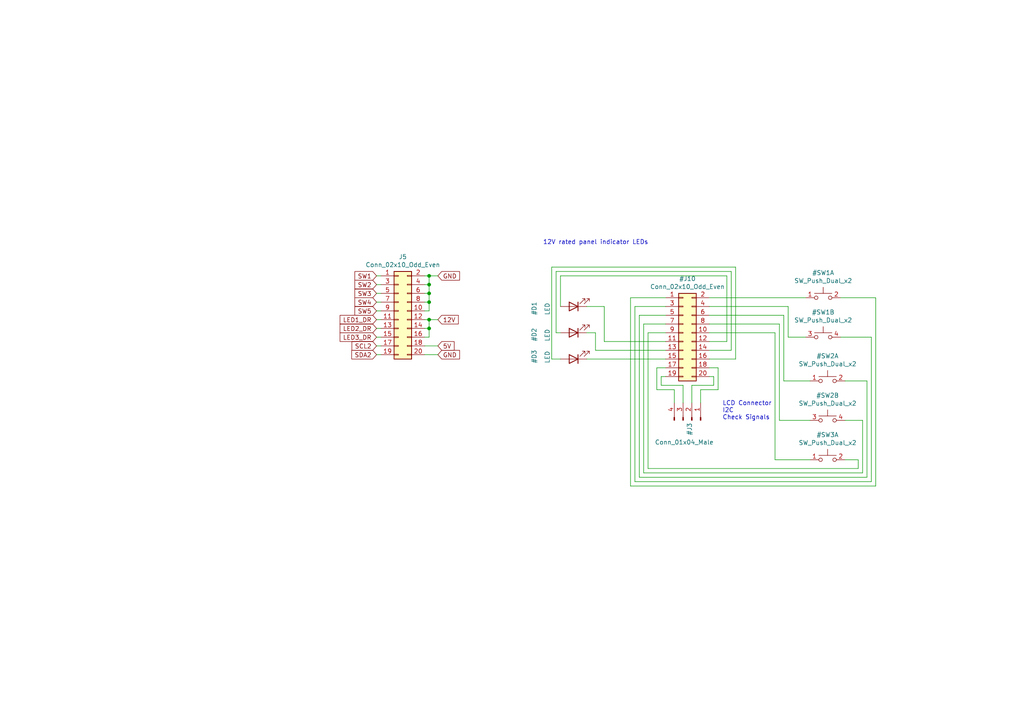
<source format=kicad_sch>
(kicad_sch (version 20211123) (generator eeschema)
  (paper "A4")
  (lib_symbols
    (symbol "Connector:Conn_01x04_Male" (pin_names (offset 1.016) hide)
      (property "Reference" "J" (at 0 5.08 0))
      (property "Value" "Conn_01x04_Male" (at 0 -7.62 0))
      (symbol "Conn_01x04_Male_1_1"
        (polyline (pts (xy 1.27 -5.08) (xy 0.8636 -5.08)) (stroke (width 0.1524)))
        (polyline (pts (xy 1.27 -2.54) (xy 0.8636 -2.54)) (stroke (width 0.1524)))
        (polyline (pts (xy 1.27 0) (xy 0.8636 0)) (stroke (width 0.1524)))
        (polyline (pts (xy 1.27 2.54) (xy 0.8636 2.54)) (stroke (width 0.1524)))
        (rectangle (start 0.8636 -4.953) (end 0 -5.207) (stroke (width 0.1524)) (fill (type outline)))
        (rectangle (start 0.8636 -2.413) (end 0 -2.667) (stroke (width 0.1524)) (fill (type outline)))
        (rectangle (start 0.8636 0.127) (end 0 -0.127) (stroke (width 0.1524)) (fill (type outline)))
        (rectangle (start 0.8636 2.667) (end 0 2.413) (stroke (width 0.1524)) (fill (type outline)))
        (pin passive line (at 5.08 2.54 180) (length 3.81) (name "Pin_1") (number "1"))
        (pin passive line (at 5.08 0 180) (length 3.81) (name "Pin_2") (number "2"))
        (pin passive line (at 5.08 -2.54 180) (length 3.81) (name "Pin_3") (number "3"))
        (pin passive line (at 5.08 -5.08 180) (length 3.81) (name "Pin_4") (number "4"))
      )
    )
    (symbol "Connector_Generic:Conn_02x10_Odd_Even" (pin_names (offset 1.016) hide)
      (property "Reference" "J" (at 1.27 12.7 0))
      (property "Value" "Conn_02x10_Odd_Even" (at 1.27 -15.24 0))
      (symbol "Conn_02x10_Odd_Even_1_1"
        (rectangle (start -1.27 -12.573) (end 0 -12.827) (stroke (width 0.1524)))
        (rectangle (start -1.27 -10.033) (end 0 -10.287) (stroke (width 0.1524)))
        (rectangle (start -1.27 -7.493) (end 0 -7.747) (stroke (width 0.1524)))
        (rectangle (start -1.27 -4.953) (end 0 -5.207) (stroke (width 0.1524)))
        (rectangle (start -1.27 -2.413) (end 0 -2.667) (stroke (width 0.1524)))
        (rectangle (start -1.27 0.127) (end 0 -0.127) (stroke (width 0.1524)))
        (rectangle (start -1.27 2.667) (end 0 2.413) (stroke (width 0.1524)))
        (rectangle (start -1.27 5.207) (end 0 4.953) (stroke (width 0.1524)))
        (rectangle (start -1.27 7.747) (end 0 7.493) (stroke (width 0.1524)))
        (rectangle (start -1.27 10.287) (end 0 10.033) (stroke (width 0.1524)))
        (rectangle (start -1.27 11.43) (end 3.81 -13.97) (stroke (width 0.254)) (fill (type background)))
        (rectangle (start 3.81 -12.573) (end 2.54 -12.827) (stroke (width 0.1524)))
        (rectangle (start 3.81 -10.033) (end 2.54 -10.287) (stroke (width 0.1524)))
        (rectangle (start 3.81 -7.493) (end 2.54 -7.747) (stroke (width 0.1524)))
        (rectangle (start 3.81 -4.953) (end 2.54 -5.207) (stroke (width 0.1524)))
        (rectangle (start 3.81 -2.413) (end 2.54 -2.667) (stroke (width 0.1524)))
        (rectangle (start 3.81 0.127) (end 2.54 -0.127) (stroke (width 0.1524)))
        (rectangle (start 3.81 2.667) (end 2.54 2.413) (stroke (width 0.1524)))
        (rectangle (start 3.81 5.207) (end 2.54 4.953) (stroke (width 0.1524)))
        (rectangle (start 3.81 7.747) (end 2.54 7.493) (stroke (width 0.1524)))
        (rectangle (start 3.81 10.287) (end 2.54 10.033) (stroke (width 0.1524)))
        (pin passive line (at -5.08 10.16 0) (length 3.81) (name "Pin_1") (number "1"))
        (pin passive line (at 7.62 0 180) (length 3.81) (name "Pin_10") (number "10"))
        (pin passive line (at -5.08 -2.54 0) (length 3.81) (name "Pin_11") (number "11"))
        (pin passive line (at 7.62 -2.54 180) (length 3.81) (name "Pin_12") (number "12"))
        (pin passive line (at -5.08 -5.08 0) (length 3.81) (name "Pin_13") (number "13"))
        (pin passive line (at 7.62 -5.08 180) (length 3.81) (name "Pin_14") (number "14"))
        (pin passive line (at -5.08 -7.62 0) (length 3.81) (name "Pin_15") (number "15"))
        (pin passive line (at 7.62 -7.62 180) (length 3.81) (name "Pin_16") (number "16"))
        (pin passive line (at -5.08 -10.16 0) (length 3.81) (name "Pin_17") (number "17"))
        (pin passive line (at 7.62 -10.16 180) (length 3.81) (name "Pin_18") (number "18"))
        (pin passive line (at -5.08 -12.7 0) (length 3.81) (name "Pin_19") (number "19"))
        (pin passive line (at 7.62 10.16 180) (length 3.81) (name "Pin_2") (number "2"))
        (pin passive line (at 7.62 -12.7 180) (length 3.81) (name "Pin_20") (number "20"))
        (pin passive line (at -5.08 7.62 0) (length 3.81) (name "Pin_3") (number "3"))
        (pin passive line (at 7.62 7.62 180) (length 3.81) (name "Pin_4") (number "4"))
        (pin passive line (at -5.08 5.08 0) (length 3.81) (name "Pin_5") (number "5"))
        (pin passive line (at 7.62 5.08 180) (length 3.81) (name "Pin_6") (number "6"))
        (pin passive line (at -5.08 2.54 0) (length 3.81) (name "Pin_7") (number "7"))
        (pin passive line (at 7.62 2.54 180) (length 3.81) (name "Pin_8") (number "8"))
        (pin passive line (at -5.08 0 0) (length 3.81) (name "Pin_9") (number "9"))
      )
    )
    (symbol "Device:LED" (pin_numbers hide) (pin_names (offset 1.016) hide)
      (property "Reference" "D" (at 0 2.54 0))
      (property "Value" "LED" (at 0 -2.54 0))
      (symbol "LED_0_1"
        (polyline (pts (xy -1.27 -1.27) (xy -1.27 1.27)) (stroke (width 0.254)))
        (polyline (pts (xy -1.27 0) (xy 1.27 0)))
        (polyline (pts (xy 1.27 -1.27) (xy 1.27 1.27) (xy -1.27 0) (xy 1.27 -1.27)) (stroke (width 0.254)))
        (polyline (pts (xy -3.048 -0.762) (xy -4.572 -2.286) (xy -3.81 -2.286) (xy -4.572 -2.286) (xy -4.572 -1.524)))
        (polyline (pts (xy -1.778 -0.762) (xy -3.302 -2.286) (xy -2.54 -2.286) (xy -3.302 -2.286) (xy -3.302 -1.524)))
      )
      (symbol "LED_1_1"
        (pin passive line (at -3.81 0 0) (length 2.54) (name "K") (number "1"))
        (pin passive line (at 3.81 0 180) (length 2.54) (name "A") (number "2"))
      )
    )
    (symbol "Switch:SW_Push_Dual_x2" (pin_names (offset 1.016) hide)
      (property "Reference" "SW" (at 1.27 2.54 0))
      (property "Value" "SW_Push_Dual_x2" (at 0 -1.524 0))
      (symbol "SW_Push_Dual_x2_0_1"
        (circle (center -2.032 0) (radius 0.508))
        (polyline (pts (xy 0 1.27) (xy 0 3.048)))
        (polyline (pts (xy 2.54 1.27) (xy -2.54 1.27)))
        (circle (center 2.032 0) (radius 0.508))
      )
      (symbol "SW_Push_Dual_x2_1_1"
        (pin passive line (at -5.08 0 0) (length 2.54) (name "C") (number "1"))
        (pin passive line (at 5.08 0 180) (length 2.54) (name "D") (number "2"))
      )
      (symbol "SW_Push_Dual_x2_2_1"
        (pin passive line (at -5.08 0 0) (length 2.54) (name "C") (number "3"))
        (pin passive line (at 5.08 0 180) (length 2.54) (name "D") (number "4"))
      )
    )
  )
  (junction (at 124.46 92.71))
  (junction (at 124.46 80.01))
  (junction (at 124.46 87.63))
  (junction (at 124.46 82.55))
  (junction (at 124.46 95.25))
  (junction (at 124.46 85.09))
  (wire (pts (xy 243.84 86.36) (xy 254 86.36)))
  (wire (pts (xy 224.79 133.35) (xy 234.95 133.35)))
  (wire (pts (xy 248.92 133.35) (xy 248.92 135.89)))
  (wire (pts (xy 124.46 85.09) (xy 123.19 85.09)))
  (wire (pts (xy 245.11 110.49) (xy 251.46 110.49)))
  (wire (pts (xy 205.74 86.36) (xy 233.68 86.36)))
  (wire (pts (xy 205.74 99.06) (xy 210.82 99.06)))
  (wire (pts (xy 124.46 92.71) (xy 124.46 95.25)))
  (wire (pts (xy 124.46 95.25) (xy 123.19 95.25)))
  (wire (pts (xy 254 140.97) (xy 182.88 140.97)))
  (wire (pts (xy 123.19 102.87) (xy 127 102.87)))
  (wire (pts (xy 208.28 106.68) (xy 205.74 106.68)))
  (wire (pts (xy 198.12 111.76) (xy 191.77 111.76)))
  (wire (pts (xy 109.22 95.25) (xy 110.49 95.25)))
  (wire (pts (xy 124.46 82.55) (xy 124.46 80.01)))
  (wire (pts (xy 124.46 87.63) (xy 124.46 90.17)))
  (wire (pts (xy 160.02 104.14) (xy 162.56 104.14)))
  (wire (pts (xy 193.04 96.52) (xy 187.96 96.52)))
  (wire (pts (xy 124.46 80.01) (xy 123.19 80.01)))
  (wire (pts (xy 124.46 82.55) (xy 123.19 82.55)))
  (wire (pts (xy 172.72 96.52) (xy 172.72 101.6)))
  (wire (pts (xy 205.74 91.44) (xy 227.33 91.44)))
  (wire (pts (xy 200.66 111.76) (xy 200.66 116.84)))
  (wire (pts (xy 184.15 88.9) (xy 184.15 139.7)))
  (wire (pts (xy 170.18 96.52) (xy 172.72 96.52)))
  (wire (pts (xy 161.29 96.52) (xy 162.56 96.52)))
  (wire (pts (xy 124.46 85.09) (xy 124.46 87.63)))
  (wire (pts (xy 124.46 92.71) (xy 123.19 92.71)))
  (wire (pts (xy 109.22 97.79) (xy 110.49 97.79)))
  (wire (pts (xy 208.28 113.03) (xy 208.28 106.68)))
  (wire (pts (xy 252.73 139.7) (xy 252.73 97.79)))
  (wire (pts (xy 191.77 109.22) (xy 193.04 109.22)))
  (wire (pts (xy 187.96 135.89) (xy 187.96 96.52)))
  (wire (pts (xy 205.74 93.98) (xy 226.06 93.98)))
  (wire (pts (xy 172.72 101.6) (xy 193.04 101.6)))
  (wire (pts (xy 109.22 85.09) (xy 110.49 85.09)))
  (wire (pts (xy 186.69 137.16) (xy 250.19 137.16)))
  (wire (pts (xy 207.01 111.76) (xy 200.66 111.76)))
  (wire (pts (xy 170.18 104.14) (xy 193.04 104.14)))
  (wire (pts (xy 190.5 106.68) (xy 190.5 113.03)))
  (wire (pts (xy 227.33 110.49) (xy 234.95 110.49)))
  (wire (pts (xy 195.58 113.03) (xy 195.58 116.84)))
  (wire (pts (xy 254 86.36) (xy 254 140.97)))
  (wire (pts (xy 162.56 80.01) (xy 162.56 88.9)))
  (wire (pts (xy 124.46 97.79) (xy 123.19 97.79)))
  (wire (pts (xy 203.2 113.03) (xy 208.28 113.03)))
  (wire (pts (xy 212.09 78.74) (xy 212.09 101.6)))
  (wire (pts (xy 212.09 101.6) (xy 205.74 101.6)))
  (wire (pts (xy 193.04 88.9) (xy 184.15 88.9)))
  (wire (pts (xy 175.26 99.06) (xy 193.04 99.06)))
  (wire (pts (xy 185.42 138.43) (xy 185.42 91.44)))
  (wire (pts (xy 205.74 96.52) (xy 224.79 96.52)))
  (wire (pts (xy 193.04 106.68) (xy 190.5 106.68)))
  (wire (pts (xy 250.19 137.16) (xy 250.19 121.92)))
  (wire (pts (xy 207.01 109.22) (xy 205.74 109.22)))
  (wire (pts (xy 191.77 109.22) (xy 191.77 111.76)))
  (wire (pts (xy 210.82 80.01) (xy 162.56 80.01)))
  (wire (pts (xy 124.46 90.17) (xy 123.19 90.17)))
  (wire (pts (xy 182.88 86.36) (xy 193.04 86.36)))
  (wire (pts (xy 109.22 90.17) (xy 110.49 90.17)))
  (wire (pts (xy 207.01 109.22) (xy 207.01 111.76)))
  (wire (pts (xy 190.5 113.03) (xy 195.58 113.03)))
  (wire (pts (xy 161.29 78.74) (xy 212.09 78.74)))
  (wire (pts (xy 175.26 88.9) (xy 175.26 99.06)))
  (wire (pts (xy 109.22 87.63) (xy 110.49 87.63)))
  (wire (pts (xy 127 100.33) (xy 123.19 100.33)))
  (wire (pts (xy 184.15 139.7) (xy 252.73 139.7)))
  (wire (pts (xy 205.74 88.9) (xy 228.6 88.9)))
  (wire (pts (xy 251.46 138.43) (xy 185.42 138.43)))
  (wire (pts (xy 213.36 104.14) (xy 205.74 104.14)))
  (wire (pts (xy 109.22 100.33) (xy 110.49 100.33)))
  (wire (pts (xy 109.22 102.87) (xy 110.49 102.87)))
  (wire (pts (xy 185.42 91.44) (xy 193.04 91.44)))
  (wire (pts (xy 186.69 93.98) (xy 186.69 137.16)))
  (wire (pts (xy 198.12 116.84) (xy 198.12 111.76)))
  (wire (pts (xy 245.11 133.35) (xy 248.92 133.35)))
  (wire (pts (xy 203.2 116.84) (xy 203.2 113.03)))
  (wire (pts (xy 124.46 87.63) (xy 123.19 87.63)))
  (wire (pts (xy 160.02 77.47) (xy 213.36 77.47)))
  (wire (pts (xy 109.22 92.71) (xy 110.49 92.71)))
  (wire (pts (xy 187.96 135.89) (xy 248.92 135.89)))
  (wire (pts (xy 228.6 97.79) (xy 233.68 97.79)))
  (wire (pts (xy 160.02 77.47) (xy 160.02 104.14)))
  (wire (pts (xy 109.22 80.01) (xy 110.49 80.01)))
  (wire (pts (xy 127 80.01) (xy 124.46 80.01)))
  (wire (pts (xy 210.82 99.06) (xy 210.82 80.01)))
  (wire (pts (xy 226.06 121.92) (xy 234.95 121.92)))
  (wire (pts (xy 251.46 110.49) (xy 251.46 138.43)))
  (wire (pts (xy 250.19 121.92) (xy 245.11 121.92)))
  (wire (pts (xy 161.29 78.74) (xy 161.29 96.52)))
  (wire (pts (xy 170.18 88.9) (xy 175.26 88.9)))
  (wire (pts (xy 252.73 97.79) (xy 243.84 97.79)))
  (wire (pts (xy 193.04 93.98) (xy 186.69 93.98)))
  (wire (pts (xy 213.36 77.47) (xy 213.36 104.14)))
  (wire (pts (xy 228.6 88.9) (xy 228.6 97.79)))
  (wire (pts (xy 224.79 96.52) (xy 224.79 133.35)))
  (wire (pts (xy 109.22 82.55) (xy 110.49 82.55)))
  (wire (pts (xy 124.46 95.25) (xy 124.46 97.79)))
  (wire (pts (xy 124.46 82.55) (xy 124.46 85.09)))
  (wire (pts (xy 226.06 93.98) (xy 226.06 121.92)))
  (wire (pts (xy 227.33 91.44) (xy 227.33 110.49)))
  (wire (pts (xy 127 92.71) (xy 124.46 92.71)))
  (wire (pts (xy 182.88 140.97) (xy 182.88 86.36)))
  (text "12V rated panel indicator LEDs" (at 157.48 71.12 0) (effects (font (size 1.27 1.27)) (justify left bottom)))
  (text "LCD Connector\nI2C\nCheck Signals" (at 209.55 121.92 0) (effects (font (size 1.27 1.27)) (justify left bottom)))
  (global_label "SW3" (shape input) (at 109.22 85.09 180) (property "Intersheet References" "${INTERSHEET_REFS}" (effects hide)))
  (global_label "LED1_DR" (shape input) (at 109.22 92.71 180) (property "Intersheet References" "${INTERSHEET_REFS}" (effects hide)))
  (global_label "SW1" (shape input) (at 109.22 80.01 180) (property "Intersheet References" "${INTERSHEET_REFS}" (effects hide)))
  (global_label "SW4" (shape input) (at 109.22 87.63 180) (property "Intersheet References" "${INTERSHEET_REFS}" (effects hide)))
  (global_label "5V" (shape input) (at 127 100.33 0) (property "Intersheet References" "${INTERSHEET_REFS}" (effects hide)))
  (global_label "GND" (shape input) (at 127 102.87 0) (property "Intersheet References" "${INTERSHEET_REFS}" (effects hide)))
  (global_label "LED3_DR" (shape input) (at 109.22 97.79 180) (property "Intersheet References" "${INTERSHEET_REFS}" (effects hide)))
  (global_label "SW2" (shape input) (at 109.22 82.55 180) (property "Intersheet References" "${INTERSHEET_REFS}" (effects hide)))
  (global_label "LED2_DR" (shape input) (at 109.22 95.25 180) (property "Intersheet References" "${INTERSHEET_REFS}" (effects hide)))
  (global_label "12V" (shape input) (at 127 92.71 0) (property "Intersheet References" "${INTERSHEET_REFS}" (effects hide)))
  (global_label "SDA2" (shape input) (at 109.22 102.87 180) (property "Intersheet References" "${INTERSHEET_REFS}" (effects hide)))
  (global_label "SCL2" (shape input) (at 109.22 100.33 180) (property "Intersheet References" "${INTERSHEET_REFS}" (effects hide)))
  (global_label "GND" (shape input) (at 127 80.01 0) (property "Intersheet References" "${INTERSHEET_REFS}" (effects hide)))
  (global_label "SW5" (shape input) (at 109.22 90.17 180) (property "Intersheet References" "${INTERSHEET_REFS}" (effects hide)))
  (symbol (lib_id "Device:LED") (at 166.37 88.9 180) (unit 1)
    (property "Reference" "#D1" (at 154.94 91.44 90) (effects (justify right)))
    (property "Value" "LED" (at 158.75 91.44 90) (effects (justify right)))
  )
  (symbol (lib_id "Device:LED") (at 166.37 96.52 180) (unit 1)
    (property "Reference" "#D2" (at 154.94 99.06 90) (effects (justify right)))
    (property "Value" "LED" (at 158.75 99.06 90) (effects (justify right)))
  )
  (symbol (lib_id "Device:LED") (at 166.37 104.14 180) (unit 1)
    (property "Reference" "#D3" (at 154.94 105.41 90) (effects (justify right)))
    (property "Value" "LED" (at 158.75 105.41 90) (effects (justify right)))
  )
  (symbol (lib_id "Switch:SW_Push_Dual_x2") (at 238.76 86.36 0) (unit 1)
    (property "Reference" "#SW1" (at 238.76 79.121 0))
    (property "Value" "SW_Push_Dual_x2" (at 238.76 81.4324 0))
  )
  (symbol (lib_id "Switch:SW_Push_Dual_x2") (at 238.76 97.79 0) (unit 2)
    (property "Reference" "#SW1" (at 238.76 90.551 0))
    (property "Value" "SW_Push_Dual_x2" (at 238.76 92.8624 0))
  )
  (symbol (lib_id "Switch:SW_Push_Dual_x2") (at 240.03 110.49 0) (unit 1)
    (property "Reference" "#SW2" (at 240.03 103.251 0))
    (property "Value" "SW_Push_Dual_x2" (at 240.03 105.5624 0))
  )
  (symbol (lib_id "Switch:SW_Push_Dual_x2") (at 240.03 121.92 0) (unit 2)
    (property "Reference" "#SW2" (at 240.03 114.681 0))
    (property "Value" "SW_Push_Dual_x2" (at 240.03 116.9924 0))
  )
  (symbol (lib_id "Switch:SW_Push_Dual_x2") (at 240.03 133.35 0) (unit 1)
    (property "Reference" "#SW3" (at 240.03 126.111 0))
    (property "Value" "SW_Push_Dual_x2" (at 240.03 128.4224 0))
  )
  (symbol (lib_id "Connector:Conn_01x04_Male") (at 200.66 121.92 270) (mirror x) (unit 1)
    (property "Reference" "#J3" (at 199.9996 122.6312 0) (effects (justify right)))
    (property "Value" "Conn_01x04_Male" (at 207.01 128.27 90) (effects (justify right)))
  )
  (symbol (lib_id "Connector_Generic:Conn_02x10_Odd_Even") (at 115.57 90.17 0) (unit 1)
    (property "Reference" "J5" (at 116.84 74.4982 0))
    (property "Value" "Conn_02x10_Odd_Even" (at 116.84 76.8096 0))
    (property "Footprint" "Connector_PinSocket_2.54mm:PinSocket_2x10_P2.54mm_Vertical" (effects hide))
  )
  (symbol (lib_id "Connector_Generic:Conn_02x10_Odd_Even") (at 198.12 96.52 0) (unit 1)
    (property "Reference" "#J10" (at 199.39 80.8482 0))
    (property "Value" "Conn_02x10_Odd_Even" (at 199.39 83.1596 0))
  )
)
</source>
